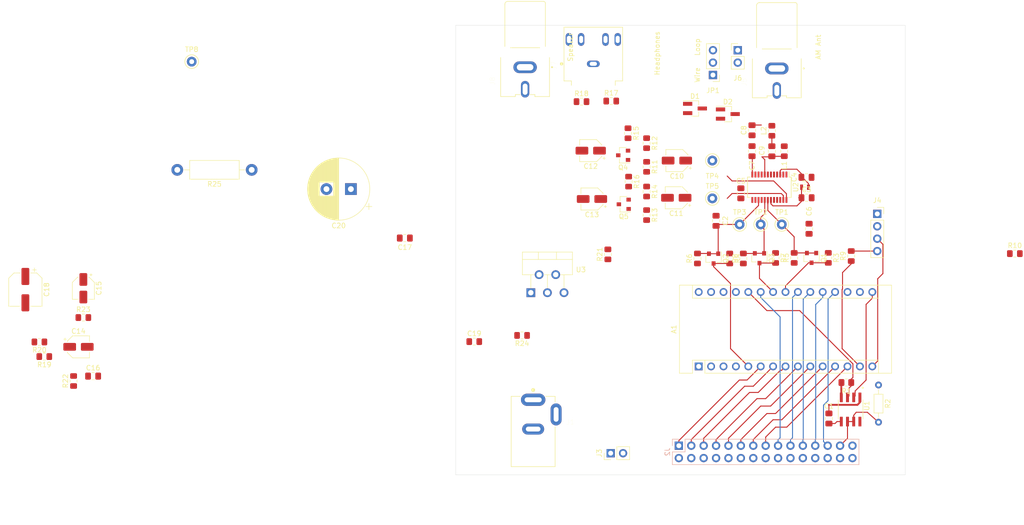
<source format=kicad_pcb>
(kicad_pcb (version 20171130) (host pcbnew 5.1.5+dfsg1-2build2)
  (layers (0 F.Cu signal) (31 B.Cu signal) (34 B.Paste user) (35 F.Paste user) (36 B.SilkS user) (37 F.SilkS user) (38 B.Mask user) (39 F.Mask user) (44 Edge.Cuts user))
  (net 0 "")
  (net 1 GNDREF)
  (net 2 +5V)
  (net 3 "Net-(C2-Pad1)")
  (net 4 "Net-(C3-Pad1)")
  (net 5 "Net-(C6-Pad1)")
  (net 6 "Net-(C7-Pad1)")
  (net 7 "Net-(C8-Pad1)")
  (net 8 "Net-(C9-Pad1)")
  (net 9 "Net-(A1-Pad16)")
  (net 10 "Net-(A1-Pad13)")
  (net 11 "Net-(A1-Pad28)")
  (net 12 "Net-(A1-Pad12)")
  (net 13 "Net-(A1-Pad11)")
  (net 14 "Net-(A1-Pad10)")
  (net 15 "Net-(A1-Pad25)")
  (net 16 "Net-(A1-Pad9)")
  (net 17 "Net-(A1-Pad24)")
  (net 18 "Net-(A1-Pad8)")
  (net 19 "Net-(A1-Pad23)")
  (net 20 "Net-(A1-Pad7)")
  (net 21 "Net-(A1-Pad22)")
  (net 22 "Net-(A1-Pad6)")
  (net 23 "Net-(A1-Pad21)")
  (net 24 "Net-(A1-Pad5)")
  (net 25 "Net-(A1-Pad20)")
  (net 26 "Net-(A1-Pad19)")
  (net 27 "Net-(A1-Pad3)")
  (net 28 "Net-(A1-Pad18)")
  (net 29 "Net-(A1-Pad2)")
  (net 30 "Net-(A1-Pad1)")
  (net 31 RChan)
  (net 32 LChan)
  (net 33 "Net-(C15-Pad1)")
  (net 34 "Net-(C16-Pad1)")
  (net 35 "Net-(J1-Pad1)")
  (net 36 "Net-(C7-Pad2)")
  (net 37 GNDA)
  (net 38 "Net-(JP1-Pad1)")
  (net 39 HC-06RxD)
  (net 40 HC-06TxD)
  (net 41 "Net-(A1-Pad26)")
  (net 42 "Net-(C1-Pad2)")
  (net 43 "Net-(C4-Pad1)")
  (net 44 "Net-(C9-Pad2)")
  (net 45 "Net-(C12-Pad2)")
  (net 46 "Net-(C12-Pad1)")
  (net 47 "Net-(C16-Pad2)")
  (net 48 "Net-(J7-Pad4)")
  (net 49 "Net-(J7-Pad5)")
  (net 50 "Net-(J2-Pad27)")
  (net 51 "Net-(U2-Pad11)")
  (net 52 "Net-(U2-Pad10)")
  (net 53 "Net-(U2-Pad7)")
  (net 54 "Net-(U2-Pad6)")
  (net 55 "Net-(U2-Pad5)")
  (net 56 "Net-(U2-Pad4)")
  (net 57 "Net-(U2-Pad2)")
  (net 58 "Net-(U2-Pad1)")
  (net 59 +12V)
  (net 60 +3V3)
  (net 61 "Net-(C10-Pad2)")
  (net 62 "Net-(C11-Pad2)")
  (net 63 "Net-(C13-Pad2)")
  (net 64 "Net-(C13-Pad1)")
  (net 65 "Net-(C14-Pad1)")
  (net 66 "Net-(C19-Pad1)")
  (net 67 "Net-(C20-Pad2)")
  (net 68 "Net-(C20-Pad1)")
  (net 69 "Net-(J4-Pad4)")
  (net 70 "Net-(Q1-Pad1)")
  (net 71 "Net-(Q3-Pad1)")
  (net 72 "Net-(R21-Pad1)")
  (module TestPoint:TestPoint_Keystone_5000-5004_Miniature (layer F.Cu) (at 146.304 78.867)
    (fp_text reference TP2 (at 0 -2.5) (layer F.SilkS))
    (fp_text value TestPoint)
    (pad 1 thru_hole circle (at 0 0) (size 2 2) (drill 1) (layers *.Cu *.Mask) (net 71 "Net-(Q3-Pad1)"))
  )
  (module Resistor_SMD:R_0805_2012Metric_Pad1.15x1.40mm_HandSolder (layer F.Cu) (at 198.362001 84.845001)
    (fp_text reference R10 (at 0 -1.65) (layer F.SilkS))
    (fp_text value 3.8K)
    (pad 2 smd roundrect (at 1.025 0) (size 1.15 1.4) (layers F.Cu F.Paste F.Mask) (roundrect_rratio 0.217391) (net 1 GNDREF))
    (pad 1 smd roundrect (at -1.025 0) (size 1.15 1.4) (layers F.Cu F.Paste F.Mask) (roundrect_rratio 0.217391) (net 69 "Net-(J4-Pad4)"))
  )
  (module Resistor_SMD:R_0805_2012Metric_Pad1.15x1.40mm_HandSolder (layer F.Cu) (at 164.846 85.344 90)
    (fp_text reference R9 (at 0 -1.65 90) (layer F.SilkS))
    (fp_text value 2.2K)
    (pad 2 smd roundrect (at 1.025 0 90) (size 1.15 1.4) (layers F.Cu F.Paste F.Mask) (roundrect_rratio 0.217391) (net 69 "Net-(J4-Pad4)"))
    (pad 1 smd roundrect (at -1.025 0 90) (size 1.15 1.4) (layers F.Cu F.Paste F.Mask) (roundrect_rratio 0.217391) (net 40 HC-06TxD))
  )
  (module Resistor_SMD:R_0805_2012Metric_Pad1.15x1.40mm_HandSolder (layer F.Cu) (at 142.748 85.843 90)
    (fp_text reference R8 (at 0 -1.65 90) (layer F.SilkS))
    (fp_text value 10K)
    (pad 2 smd roundrect (at 1.025 0 90) (size 1.15 1.4) (layers F.Cu F.Paste F.Mask) (roundrect_rratio 0.217391) (net 71 "Net-(Q3-Pad1)"))
    (pad 1 smd roundrect (at -1.025 0 90) (size 1.15 1.4) (layers F.Cu F.Paste F.Mask) (roundrect_rratio 0.217391) (net 60 +3V3))
  )
  (module Resistor_SMD:R_0805_2012Metric_Pad1.15x1.40mm_HandSolder (layer F.Cu) (at 149.352 85.734 270)
    (fp_text reference R7 (at 0 -1.65 90) (layer F.SilkS))
    (fp_text value 10K)
    (pad 2 smd roundrect (at 1.025 0 270) (size 1.15 1.4) (layers F.Cu F.Paste F.Mask) (roundrect_rratio 0.217391) (net 17 "Net-(A1-Pad24)"))
    (pad 1 smd roundrect (at -1.025 0 270) (size 1.15 1.4) (layers F.Cu F.Paste F.Mask) (roundrect_rratio 0.217391) (net 2 +5V))
  )
  (module Resistor_SMD:R_0805_2012Metric_Pad1.15x1.40mm_HandSolder (layer F.Cu) (at 133.35 85.843 90)
    (fp_text reference R6 (at 0 -1.65 90) (layer F.SilkS))
    (fp_text value 10K)
    (pad 2 smd roundrect (at 1.025 0 90) (size 1.15 1.4) (layers F.Cu F.Paste F.Mask) (roundrect_rratio 0.217391) (net 3 "Net-(C2-Pad1)"))
    (pad 1 smd roundrect (at -1.025 0 90) (size 1.15 1.4) (layers F.Cu F.Paste F.Mask) (roundrect_rratio 0.217391) (net 60 +3V3))
  )
  (module Resistor_SMD:R_0805_2012Metric_Pad1.15x1.40mm_HandSolder (layer F.Cu) (at 153.162 85.725 90)
    (fp_text reference R5 (at 0 -1.65 90) (layer F.SilkS))
    (fp_text value 10K)
    (pad 2 smd roundrect (at 1.025 0 90) (size 1.15 1.4) (layers F.Cu F.Paste F.Mask) (roundrect_rratio 0.217391) (net 70 "Net-(Q1-Pad1)"))
    (pad 1 smd roundrect (at -1.025 0 90) (size 1.15 1.4) (layers F.Cu F.Paste F.Mask) (roundrect_rratio 0.217391) (net 60 +3V3))
  )
  (module Resistor_SMD:R_0805_2012Metric_Pad1.15x1.40mm_HandSolder (layer F.Cu) (at 139.954 85.843 270)
    (fp_text reference R4 (at 0 -1.65 90) (layer F.SilkS))
    (fp_text value 10K)
    (pad 2 smd roundrect (at 1.025 0 270) (size 1.15 1.4) (layers F.Cu F.Paste F.Mask) (roundrect_rratio 0.217391) (net 24 "Net-(A1-Pad5)"))
    (pad 1 smd roundrect (at -1.025 0 270) (size 1.15 1.4) (layers F.Cu F.Paste F.Mask) (roundrect_rratio 0.217391) (net 2 +5V))
  )
  (module Resistor_SMD:R_0805_2012Metric_Pad1.15x1.40mm_HandSolder (layer F.Cu) (at 160.147 85.716 270)
    (fp_text reference R3 (at 0 -1.65 90) (layer F.SilkS))
    (fp_text value 10K)
    (pad 2 smd roundrect (at 1.025 0 270) (size 1.15 1.4) (layers F.Cu F.Paste F.Mask) (roundrect_rratio 0.217391) (net 19 "Net-(A1-Pad23)"))
    (pad 1 smd roundrect (at -1.025 0 270) (size 1.15 1.4) (layers F.Cu F.Paste F.Mask) (roundrect_rratio 0.217391) (net 2 +5V))
  )
  (module Resistor_SMD:R_0805_2012Metric_Pad1.15x1.40mm_HandSolder (layer F.Cu) (at 97.425 101.6 180)
    (fp_text reference R24 (at 0 -1.65) (layer F.SilkS))
    (fp_text value 22K)
    (pad 2 smd roundrect (at 1.025 0 180) (size 1.15 1.4) (layers F.Cu F.Paste F.Mask) (roundrect_rratio 0.217391) (net 72 "Net-(R21-Pad1)"))
    (pad 1 smd roundrect (at -1.025 0 180) (size 1.15 1.4) (layers F.Cu F.Paste F.Mask) (roundrect_rratio 0.217391) (net 68 "Net-(C20-Pad1)"))
  )
  (module Resistor_SMD:R_0805_2012Metric_Pad1.15x1.40mm_HandSolder (layer F.Cu) (at 7.557 97.941)
    (fp_text reference R23 (at 0 -1.65) (layer F.SilkS))
    (fp_text value 22K)
    (pad 2 smd roundrect (at 1.025 0) (size 1.15 1.4) (layers F.Cu F.Paste F.Mask) (roundrect_rratio 0.217391) (net 65 "Net-(C14-Pad1)"))
    (pad 1 smd roundrect (at -1.025 0) (size 1.15 1.4) (layers F.Cu F.Paste F.Mask) (roundrect_rratio 0.217391) (net 59 +12V))
  )
  (module Resistor_SMD:R_0805_2012Metric_Pad1.15x1.40mm_HandSolder (layer F.Cu) (at 5.557 110.941 90)
    (fp_text reference R22 (at 0 -1.65 90) (layer F.SilkS))
    (fp_text value 22K)
    (pad 2 smd roundrect (at 1.025 0 90) (size 1.15 1.4) (layers F.Cu F.Paste F.Mask) (roundrect_rratio 0.217391) (net 34 "Net-(C16-Pad1)"))
    (pad 1 smd roundrect (at -1.025 0 90) (size 1.15 1.4) (layers F.Cu F.Paste F.Mask) (roundrect_rratio 0.217391) (net 65 "Net-(C14-Pad1)"))
  )
  (module Resistor_SMD:R_0805_2012Metric_Pad1.15x1.40mm_HandSolder (layer F.Cu) (at 115 85 90)
    (fp_text reference R21 (at 0 -1.65 90) (layer F.SilkS))
    (fp_text value 2.2K)
    (pad 2 smd roundrect (at 1.025 0 90) (size 1.15 1.4) (layers F.Cu F.Paste F.Mask) (roundrect_rratio 0.217391) (net 33 "Net-(C15-Pad1)"))
    (pad 1 smd roundrect (at -1.025 0 90) (size 1.15 1.4) (layers F.Cu F.Paste F.Mask) (roundrect_rratio 0.217391) (net 72 "Net-(R21-Pad1)"))
  )
  (module Resistor_SMD:R_0805_2012Metric_Pad1.15x1.40mm_HandSolder (layer F.Cu) (at -1.443 102.941 180)
    (fp_text reference R20 (at 0 -1.65) (layer F.SilkS))
    (fp_text value 22K)
    (pad 2 smd roundrect (at 1.025 0 180) (size 1.15 1.4) (layers F.Cu F.Paste F.Mask) (roundrect_rratio 0.217391) (net 1 GNDREF))
    (pad 1 smd roundrect (at -1.025 0 180) (size 1.15 1.4) (layers F.Cu F.Paste F.Mask) (roundrect_rratio 0.217391) (net 65 "Net-(C14-Pad1)"))
  )
  (module Resistor_SMD:R_0805_2012Metric_Pad1.15x1.40mm_HandSolder (layer F.Cu) (at -0.443 105.941 180)
    (fp_text reference R19 (at 0 -1.65) (layer F.SilkS))
    (fp_text value 470K)
    (pad 2 smd roundrect (at 1.025 0 180) (size 1.15 1.4) (layers F.Cu F.Paste F.Mask) (roundrect_rratio 0.217391) (net 1 GNDREF))
    (pad 1 smd roundrect (at -1.025 0 180) (size 1.15 1.4) (layers F.Cu F.Paste F.Mask) (roundrect_rratio 0.217391) (net 47 "Net-(C16-Pad2)"))
  )
  (module Resistor_SMD:R_0805_2012Metric_Pad1.15x1.40mm_HandSolder (layer F.Cu) (at 109.601 53.721)
    (fp_text reference R18 (at 0 -1.65) (layer F.SilkS))
    (fp_text value 470)
    (pad 2 smd roundrect (at 1.025 0) (size 1.15 1.4) (layers F.Cu F.Paste F.Mask) (roundrect_rratio 0.217391) (net 49 "Net-(J7-Pad5)"))
    (pad 1 smd roundrect (at -1.025 0) (size 1.15 1.4) (layers F.Cu F.Paste F.Mask) (roundrect_rratio 0.217391) (net 47 "Net-(C16-Pad2)"))
  )
  (module Resistor_SMD:R_0805_2012Metric_Pad1.15x1.40mm_HandSolder (layer F.Cu) (at 115.688 53.594)
    (fp_text reference R17 (at 0 -1.65) (layer F.SilkS))
    (fp_text value 470)
    (pad 2 smd roundrect (at 1.025 0) (size 1.15 1.4) (layers F.Cu F.Paste F.Mask) (roundrect_rratio 0.217391) (net 48 "Net-(J7-Pad4)"))
    (pad 1 smd roundrect (at -1.025 0) (size 1.15 1.4) (layers F.Cu F.Paste F.Mask) (roundrect_rratio 0.217391) (net 47 "Net-(C16-Pad2)"))
  )
  (module Resistor_SMD:R_0805_2012Metric_Pad1.15x1.40mm_HandSolder (layer F.Cu) (at 119.253 70.095 270)
    (fp_text reference R16 (at 0 -1.65 90) (layer F.SilkS))
    (fp_text value 390)
    (pad 2 smd roundrect (at 1.025 0 270) (size 1.15 1.4) (layers F.Cu F.Paste F.Mask) (roundrect_rratio 0.217391) (net 64 "Net-(C13-Pad1)"))
    (pad 1 smd roundrect (at -1.025 0 270) (size 1.15 1.4) (layers F.Cu F.Paste F.Mask) (roundrect_rratio 0.217391) (net 1 GNDREF))
  )
  (module Resistor_SMD:R_0805_2012Metric_Pad1.15x1.40mm_HandSolder (layer F.Cu) (at 122.936 72.127 270)
    (fp_text reference R14 (at 0 -1.65 90) (layer F.SilkS))
    (fp_text value 18K)
    (pad 2 smd roundrect (at 1.025 0 270) (size 1.15 1.4) (layers F.Cu F.Paste F.Mask) (roundrect_rratio 0.217391) (net 62 "Net-(C11-Pad2)"))
    (pad 1 smd roundrect (at -1.025 0 270) (size 1.15 1.4) (layers F.Cu F.Paste F.Mask) (roundrect_rratio 0.217391) (net 64 "Net-(C13-Pad1)"))
  )
  (module Resistor_SMD:R_0805_2012Metric_Pad1.15x1.40mm_HandSolder (layer F.Cu) (at 122.936 76.953 270)
    (fp_text reference R13 (at 0 -1.65 90) (layer F.SilkS))
    (fp_text value 20K)
    (pad 2 smd roundrect (at 1.025 0 270) (size 1.15 1.4) (layers F.Cu F.Paste F.Mask) (roundrect_rratio 0.217391) (net 2 +5V))
    (pad 1 smd roundrect (at -1.025 0 270) (size 1.15 1.4) (layers F.Cu F.Paste F.Mask) (roundrect_rratio 0.217391) (net 62 "Net-(C11-Pad2)"))
  )
  (module Resistor_SMD:R_0805_2012Metric_Pad1.15x1.40mm_HandSolder (layer F.Cu) (at 122.936 62.221 270)
    (fp_text reference R12 (at 0 -1.65 90) (layer F.SilkS))
    (fp_text value 18K)
    (pad 2 smd roundrect (at 1.025 0 270) (size 1.15 1.4) (layers F.Cu F.Paste F.Mask) (roundrect_rratio 0.217391) (net 61 "Net-(C10-Pad2)"))
    (pad 1 smd roundrect (at -1.025 0 270) (size 1.15 1.4) (layers F.Cu F.Paste F.Mask) (roundrect_rratio 0.217391) (net 46 "Net-(C12-Pad1)"))
  )
  (module Resistor_SMD:R_0805_2012Metric_Pad1.15x1.40mm_HandSolder (layer F.Cu) (at 122.936 67.065 270)
    (fp_text reference R11 (at 0 -1.65 90) (layer F.SilkS))
    (fp_text value 20K)
    (pad 2 smd roundrect (at 1.025 0 270) (size 1.15 1.4) (layers F.Cu F.Paste F.Mask) (roundrect_rratio 0.217391) (net 2 +5V))
    (pad 1 smd roundrect (at -1.025 0 270) (size 1.15 1.4) (layers F.Cu F.Paste F.Mask) (roundrect_rratio 0.217391) (net 61 "Net-(C10-Pad2)"))
  )
  (module Resistor_SMD:R_0805_2012Metric_Pad1.15x1.40mm_HandSolder (layer F.Cu) (at 119.126 60.189 270)
    (fp_text reference R15 (at 0 -1.65 90) (layer F.SilkS))
    (fp_text value 390)
    (pad 2 smd roundrect (at 1.025 0 270) (size 1.15 1.4) (layers F.Cu F.Paste F.Mask) (roundrect_rratio 0.217391) (net 46 "Net-(C12-Pad1)"))
    (pad 1 smd roundrect (at -1.025 0 270) (size 1.15 1.4) (layers F.Cu F.Paste F.Mask) (roundrect_rratio 0.217391) (net 1 GNDREF))
  )
  (module TestPoint:TestPoint_Keystone_5000-5004_Miniature (layer F.Cu) (at 29.753001 45.523001)
    (fp_text reference TP8 (at 0 -2.5) (layer F.SilkS))
    (fp_text value TestPoint)
    (pad 1 thru_hole circle (at 0 0) (size 2 2) (drill 1) (layers *.Cu *.Mask) (net 47 "Net-(C16-Pad2)"))
  )
  (module Package_TO_SOT_SMD:SOT-23 (layer F.Cu) (at 118.253 74.742 180)
    (fp_text reference Q5 (at 0 -2.5) (layer F.SilkS))
    (fp_text value BC847)
    (pad 3 smd rect (at 1 0 180) (size 0.9 0.8) (layers F.Cu F.Paste F.Mask) (net 2 +5V))
    (pad 2 smd rect (at -1 0.95 180) (size 0.9 0.8) (layers F.Cu F.Paste F.Mask) (net 64 "Net-(C13-Pad1)"))
    (pad 1 smd rect (at -1 -0.95 180) (size 0.9 0.8) (layers F.Cu F.Paste F.Mask) (net 62 "Net-(C11-Pad2)"))
  )
  (module Package_TO_SOT_SMD:SOT-23 (layer F.Cu) (at 118.126 64.704 180)
    (fp_text reference Q4 (at 0 -2.5) (layer F.SilkS))
    (fp_text value BC847)
    (pad 3 smd rect (at 1 0 180) (size 0.9 0.8) (layers F.Cu F.Paste F.Mask) (net 2 +5V))
    (pad 2 smd rect (at -1 0.95 180) (size 0.9 0.8) (layers F.Cu F.Paste F.Mask) (net 46 "Net-(C12-Pad1)"))
    (pad 1 smd rect (at -1 -0.95 180) (size 0.9 0.8) (layers F.Cu F.Paste F.Mask) (net 61 "Net-(C10-Pad2)"))
  )
  (module Package_TO_SOT_SMD:SOT-23 (layer F.Cu) (at 146.05 85.786 270)
    (fp_text reference Q3 (at 0 -2.5 90) (layer F.SilkS))
    (fp_text value 2N7002)
    (pad 3 smd rect (at 1 0 270) (size 0.9 0.8) (layers F.Cu F.Paste F.Mask) (net 17 "Net-(A1-Pad24)"))
    (pad 2 smd rect (at -1 0.95 270) (size 0.9 0.8) (layers F.Cu F.Paste F.Mask) (net 71 "Net-(Q3-Pad1)"))
    (pad 1 smd rect (at -1 -0.95 270) (size 0.9 0.8) (layers F.Cu F.Paste F.Mask) (net 71 "Net-(Q3-Pad1)"))
  )
  (module Package_TO_SOT_SMD:SOT-23 (layer F.Cu) (at 136.652 85.868 270)
    (fp_text reference Q2 (at 0 -2.5 90) (layer F.SilkS))
    (fp_text value 2N7002)
    (pad 3 smd rect (at 1 0 270) (size 0.9 0.8) (layers F.Cu F.Paste F.Mask) (net 24 "Net-(A1-Pad5)"))
    (pad 2 smd rect (at -1 0.95 270) (size 0.9 0.8) (layers F.Cu F.Paste F.Mask) (net 3 "Net-(C2-Pad1)"))
    (pad 1 smd rect (at -1 -0.95 270) (size 0.9 0.8) (layers F.Cu F.Paste F.Mask) (net 3 "Net-(C2-Pad1)"))
  )
  (module Package_TO_SOT_SMD:SOT-23 (layer F.Cu) (at 156.718 85.725 270)
    (fp_text reference Q1 (at 0 -2.5 90) (layer F.SilkS))
    (fp_text value 2N7002)
    (pad 3 smd rect (at 1 0 270) (size 0.9 0.8) (layers F.Cu F.Paste F.Mask) (net 19 "Net-(A1-Pad23)"))
    (pad 2 smd rect (at -1 0.95 270) (size 0.9 0.8) (layers F.Cu F.Paste F.Mask) (net 70 "Net-(Q1-Pad1)"))
    (pad 1 smd rect (at -1 -0.95 270) (size 0.9 0.8) (layers F.Cu F.Paste F.Mask) (net 70 "Net-(Q1-Pad1)"))
  )
  (module "Arduino controlled radio:CUI_SJ1-3525NG" (layer F.Cu) (at 112.014 45.974 90)
    (fp_text reference J7 (at -0.32531 -8.04283 90) (layer F.SilkS) (effects (font (size 1.000976 1.000976) (thickness 0.015))))
    (fp_text value SJ1-3525NG)
    (fp_line (start -4.5 2) (end -4.5 6) (layer Edge.Cuts) (width 0.0001))
    (fp_line (start -3.3 2) (end -4.5 2) (layer Edge.Cuts) (width 0.0001))
    (fp_line (start -3.3 -2) (end -3.3 2) (layer Edge.Cuts) (width 0.0001))
    (fp_line (start -4.5 -2) (end -3.3 -2) (layer Edge.Cuts) (width 0.0001))
    (fp_line (start -4.5 -6) (end -4.5 -2) (layer Edge.Cuts) (width 0.0001))
    (pad 1 thru_hole oval (at 0 0 90) (size 1.308 2.616) (drill oval 0.8 1.5) (layers *.Cu *.Mask) (net 1 GNDREF))
    (pad 2 thru_hole oval (at 5 5 90) (size 2.616 1.308) (drill oval 1.5 0.8) (layers *.Cu *.Mask) (net 45 "Net-(C12-Pad2)"))
    (pad 4 thru_hole oval (at 5 2.5 90) (size 2.616 1.308) (drill oval 1.5 0.8) (layers *.Cu *.Mask) (net 48 "Net-(J7-Pad4)"))
    (pad 5 thru_hole oval (at 5 -2.5 90) (size 2.616 1.308) (drill oval 1.5 0.8) (layers *.Cu *.Mask) (net 49 "Net-(J7-Pad5)"))
    (pad 3 thru_hole oval (at 5 -5 90) (size 2.616 1.308) (drill oval 1.5 0.8) (layers *.Cu *.Mask) (net 63 "Net-(C13-Pad2)"))
    (pad None np_thru_hole circle (at -2.5 -5 90) (size 1.2 1.2) (drill 1.2) (layers *.Cu *.Mask))
    (pad None np_thru_hole circle (at 0 -5 90) (size 1.2 1.2) (drill 1.2) (layers *.Cu *.Mask))
    (pad None np_thru_hole circle (at 5 0 90) (size 1.2 1.2) (drill 1.2) (layers *.Cu *.Mask))
    (pad None np_thru_hole circle (at -2.5 5 90) (size 1.2 1.2) (drill 1.2) (layers *.Cu *.Mask))
    (pad None np_thru_hole circle (at 0 5 90) (size 1.2 1.2) (drill 1.2) (layers *.Cu *.Mask))
  )
  (module Package_TO_SOT_SMD:SOT-23_Handsoldering (layer F.Cu) (at 139.573 56.261)
    (fp_text reference D2 (at 0 -2.5) (layer F.SilkS))
    (fp_text value CM1213A-01SO)
    (pad 3 smd rect (at 1.5 0) (size 1.9 0.8) (layers F.Cu F.Paste F.Mask) (net 37 GNDA))
    (pad 2 smd rect (at -1.5 0.95) (size 1.9 0.8) (layers F.Cu F.Paste F.Mask) (net 2 +5V))
    (pad 1 smd rect (at -1.5 -0.95) (size 1.9 0.8) (layers F.Cu F.Paste F.Mask) (net 6 "Net-(C7-Pad1)"))
  )
  (module Package_TO_SOT_SMD:SOT-23_Handsoldering (layer F.Cu) (at 132.842 55.118)
    (fp_text reference D1 (at 0 -2.5) (layer F.SilkS))
    (fp_text value CM1213A-01SO)
    (pad 3 smd rect (at 1.5 0) (size 1.9 0.8) (layers F.Cu F.Paste F.Mask) (net 37 GNDA))
    (pad 2 smd rect (at -1.5 0.95) (size 1.9 0.8) (layers F.Cu F.Paste F.Mask) (net 2 +5V))
    (pad 1 smd rect (at -1.5 -0.95) (size 1.9 0.8) (layers F.Cu F.Paste F.Mask) (net 44 "Net-(C9-Pad2)"))
  )
  (module Capacitor_SMD:CP_Elec_4x5.3 (layer F.Cu) (at 111.738 73.66 180)
    (fp_text reference C13 (at 0 -3.2) (layer F.SilkS))
    (fp_text value "10uF 16V")
    (pad 2 smd roundrect (at 1.8 0 180) (size 2.6 1.6) (layers F.Cu F.Paste F.Mask) (roundrect_rratio 0.15625) (net 63 "Net-(C13-Pad2)"))
    (pad 1 smd roundrect (at -1.8 0 180) (size 2.6 1.6) (layers F.Cu F.Paste F.Mask) (roundrect_rratio 0.15625) (net 64 "Net-(C13-Pad1)"))
  )
  (module Capacitor_SMD:CP_Elec_4x5.3 (layer F.Cu) (at 111.484 63.754 180)
    (fp_text reference C12 (at 0 -3.2) (layer F.SilkS))
    (fp_text value "10uF 16V")
    (pad 2 smd roundrect (at 1.8 0 180) (size 2.6 1.6) (layers F.Cu F.Paste F.Mask) (roundrect_rratio 0.15625) (net 45 "Net-(C12-Pad2)"))
    (pad 1 smd roundrect (at -1.8 0 180) (size 2.6 1.6) (layers F.Cu F.Paste F.Mask) (roundrect_rratio 0.15625) (net 46 "Net-(C12-Pad1)"))
  )
  (module Capacitor_SMD:CP_Elec_4x5.3 (layer F.Cu) (at 129.01 73.406 180)
    (fp_text reference C11 (at 0 -3.2) (layer F.SilkS))
    (fp_text value "10uF 16V")
    (pad 2 smd roundrect (at 1.8 0 180) (size 2.6 1.6) (layers F.Cu F.Paste F.Mask) (roundrect_rratio 0.15625) (net 62 "Net-(C11-Pad2)"))
    (pad 1 smd roundrect (at -1.8 0 180) (size 2.6 1.6) (layers F.Cu F.Paste F.Mask) (roundrect_rratio 0.15625) (net 32 LChan))
  )
  (module Capacitor_SMD:CP_Elec_4x5.3 (layer F.Cu) (at 129.137 65.786 180)
    (fp_text reference C10 (at 0 -3.2) (layer F.SilkS))
    (fp_text value "10uF 16V")
    (pad 2 smd roundrect (at 1.8 0 180) (size 2.6 1.6) (layers F.Cu F.Paste F.Mask) (roundrect_rratio 0.15625) (net 61 "Net-(C10-Pad2)"))
    (pad 1 smd roundrect (at -1.8 0 180) (size 2.6 1.6) (layers F.Cu F.Paste F.Mask) (roundrect_rratio 0.15625) (net 31 RChan))
  )
  (module Module:Arduino_Nano (layer F.Cu) (at 133.604 107.95 90)
    (fp_text reference A1 (at 7.62 -5.08 90) (layer F.SilkS))
    (fp_text value Arduino_BLE_Nano hide)
    (pad 16 thru_hole oval (at 15.24 35.56 90) (size 1.6 1.6) (drill 1) (layers *.Cu *.Mask) (net 9 "Net-(A1-Pad16)"))
    (pad 15 thru_hole oval (at 0 35.56 90) (size 1.6 1.6) (drill 1) (layers *.Cu *.Mask) (net 39 HC-06RxD))
    (pad 30 thru_hole oval (at 15.24 0 90) (size 1.6 1.6) (drill 1) (layers *.Cu *.Mask) (net 59 +12V))
    (pad 14 thru_hole oval (at 0 33.02 90) (size 1.6 1.6) (drill 1) (layers *.Cu *.Mask) (net 40 HC-06TxD))
    (pad 29 thru_hole oval (at 15.24 2.54 90) (size 1.6 1.6) (drill 1) (layers *.Cu *.Mask) (net 1 GNDREF))
    (pad 13 thru_hole oval (at 0 30.48 90) (size 1.6 1.6) (drill 1) (layers *.Cu *.Mask) (net 10 "Net-(A1-Pad13)"))
    (pad 28 thru_hole oval (at 15.24 5.08 90) (size 1.6 1.6) (drill 1) (layers *.Cu *.Mask) (net 11 "Net-(A1-Pad28)"))
    (pad 12 thru_hole oval (at 0 27.94 90) (size 1.6 1.6) (drill 1) (layers *.Cu *.Mask) (net 12 "Net-(A1-Pad12)"))
    (pad 27 thru_hole oval (at 15.24 7.62 90) (size 1.6 1.6) (drill 1) (layers *.Cu *.Mask) (net 2 +5V))
    (pad 11 thru_hole oval (at 0 25.4 90) (size 1.6 1.6) (drill 1) (layers *.Cu *.Mask) (net 13 "Net-(A1-Pad11)"))
    (pad 26 thru_hole oval (at 15.24 10.16 90) (size 1.6 1.6) (drill 1) (layers *.Cu *.Mask) (net 41 "Net-(A1-Pad26)"))
    (pad 10 thru_hole oval (at 0 22.86 90) (size 1.6 1.6) (drill 1) (layers *.Cu *.Mask) (net 14 "Net-(A1-Pad10)"))
    (pad 25 thru_hole oval (at 15.24 12.7 90) (size 1.6 1.6) (drill 1) (layers *.Cu *.Mask) (net 15 "Net-(A1-Pad25)"))
    (pad 9 thru_hole oval (at 0 20.32 90) (size 1.6 1.6) (drill 1) (layers *.Cu *.Mask) (net 16 "Net-(A1-Pad9)"))
    (pad 24 thru_hole oval (at 15.24 15.24 90) (size 1.6 1.6) (drill 1) (layers *.Cu *.Mask) (net 17 "Net-(A1-Pad24)"))
    (pad 8 thru_hole oval (at 0 17.78 90) (size 1.6 1.6) (drill 1) (layers *.Cu *.Mask) (net 18 "Net-(A1-Pad8)"))
    (pad 23 thru_hole oval (at 15.24 17.78 90) (size 1.6 1.6) (drill 1) (layers *.Cu *.Mask) (net 19 "Net-(A1-Pad23)"))
    (pad 7 thru_hole oval (at 0 15.24 90) (size 1.6 1.6) (drill 1) (layers *.Cu *.Mask) (net 20 "Net-(A1-Pad7)"))
    (pad 22 thru_hole oval (at 15.24 20.32 90) (size 1.6 1.6) (drill 1) (layers *.Cu *.Mask) (net 21 "Net-(A1-Pad22)"))
    (pad 6 thru_hole oval (at 0 12.7 90) (size 1.6 1.6) (drill 1) (layers *.Cu *.Mask) (net 22 "Net-(A1-Pad6)"))
    (pad 21 thru_hole oval (at 15.24 22.86 90) (size 1.6 1.6) (drill 1) (layers *.Cu *.Mask) (net 23 "Net-(A1-Pad21)"))
    (pad 5 thru_hole oval (at 0 10.16 90) (size 1.6 1.6) (drill 1) (layers *.Cu *.Mask) (net 24 "Net-(A1-Pad5)"))
    (pad 20 thru_hole oval (at 15.24 25.4 90) (size 1.6 1.6) (drill 1) (layers *.Cu *.Mask) (net 25 "Net-(A1-Pad20)"))
    (pad 4 thru_hole oval (at 0 7.62 90) (size 1.6 1.6) (drill 1) (layers *.Cu *.Mask) (net 1 GNDREF))
    (pad 19 thru_hole oval (at 15.24 27.94 90) (size 1.6 1.6) (drill 1) (layers *.Cu *.Mask) (net 26 "Net-(A1-Pad19)"))
    (pad 3 thru_hole oval (at 0 5.08 90) (size 1.6 1.6) (drill 1) (layers *.Cu *.Mask) (net 27 "Net-(A1-Pad3)"))
    (pad 18 thru_hole oval (at 15.24 30.48 90) (size 1.6 1.6) (drill 1) (layers *.Cu *.Mask) (net 28 "Net-(A1-Pad18)"))
    (pad 2 thru_hole oval (at 0 2.54 90) (size 1.6 1.6) (drill 1) (layers *.Cu *.Mask) (net 29 "Net-(A1-Pad2)"))
    (pad 17 thru_hole oval (at 15.24 33.02 90) (size 1.6 1.6) (drill 1) (layers *.Cu *.Mask) (net 60 +3V3))
    (pad 1 thru_hole rect (at 0 0 90) (size 1.6 1.6) (drill 1) (layers *.Cu *.Mask) (net 30 "Net-(A1-Pad1)"))
  )
  (module Connector_PinSocket_2.54mm:PinSocket_1x04_P2.54mm_Vertical (layer F.Cu) (at 170.18 76.708)
    (fp_text reference J4 (at 0 -2.77) (layer F.SilkS))
    (fp_text value "HC-06 Connector")
    (pad 4 thru_hole oval (at 0 7.62) (size 1.7 1.7) (drill 1) (layers *.Cu *.Mask) (net 69 "Net-(J4-Pad4)"))
    (pad 3 thru_hole oval (at 0 5.08) (size 1.7 1.7) (drill 1) (layers *.Cu *.Mask) (net 39 HC-06RxD))
    (pad 2 thru_hole oval (at 0 2.54) (size 1.7 1.7) (drill 1) (layers *.Cu *.Mask) (net 1 GNDREF))
    (pad 1 thru_hole rect (at 0 0) (size 1.7 1.7) (drill 1) (layers *.Cu *.Mask) (net 2 +5V))
  )
  (module "Arduino controlled radio:CUI_PJ-202B" (layer F.Cu) (at 99.695 121.285 270)
    (fp_text reference J1 (at -1.905 -7.62 180) (layer F.SilkS) (effects (font (size 1.000268 1.000268) (thickness 0.015))))
    (fp_text value Jack-DC hide)
    (pad 1 thru_hole oval (at -6.5 0 270) (size 2.5 5) (drill oval 1 3.5) (layers *.Cu *.Mask) (net 35 "Net-(J1-Pad1)"))
    (pad 2 thru_hole oval (at -0.5 0 270) (size 2.25 4.5) (drill oval 1 3) (layers *.Cu *.Mask) (net 1 GNDREF))
    (pad 3 thru_hole oval (at -3.5 -4.7 270) (size 4.5 2.25) (drill oval 3 1) (layers *.Cu *.Mask))
  )
  (module Inductor_SMD:L_0805_2012Metric_Pad1.15x1.40mm_HandSolder (layer F.Cu) (at 148.59 59.681 90)
    (fp_text reference L2 (at 0 -1.65 90) (layer F.SilkS))
    (fp_text value 4.7uH)
    (pad 2 smd roundrect (at 1.025 0 90) (size 1.15 1.4) (layers F.Cu F.Paste F.Mask) (roundrect_rratio 0.217391) (net 38 "Net-(JP1-Pad1)"))
    (pad 1 smd roundrect (at -1.025 0 90) (size 1.15 1.4) (layers F.Cu F.Paste F.Mask) (roundrect_rratio 0.217391) (net 8 "Net-(C9-Pad1)"))
  )
  (module Capacitor_SMD:C_0805_2012Metric_Pad1.18x1.45mm_HandSolder (layer F.Cu) (at 155.6805 69.215)
    (fp_text reference C4 (at -2.54 0 270) (layer F.SilkS))
    (fp_text value 22pf hide)
    (pad 2 smd roundrect (at 1.0375 0) (size 1.175 1.45) (layers F.Cu F.Paste F.Mask) (roundrect_rratio 0.2127659574468085) (net 1 GNDREF))
    (pad 1 smd roundrect (at -1.0375 0) (size 1.175 1.45) (layers F.Cu F.Paste F.Mask) (roundrect_rratio 0.2127659574468085) (net 43 "Net-(C4-Pad1)"))
  )
  (module TestPoint:TestPoint_Keystone_5000-5004_Miniature (layer F.Cu) (at 141.986 78.867)
    (fp_text reference TP3 (at 0 -2.5) (layer F.SilkS))
    (fp_text value TestPoint hide)
    (pad 1 thru_hole circle (at 0 0) (size 2 2) (drill 1) (layers *.Cu *.Mask) (net 3 "Net-(C2-Pad1)"))
  )
  (module Capacitor_SMD:C_0805_2012Metric_Pad1.18x1.45mm_HandSolder (layer F.Cu) (at 144.526 63.8595 270)
    (fp_text reference C7 (at 2.9425 0 90) (layer F.SilkS))
    (fp_text value .47uF hide)
    (pad 2 smd roundrect (at 1.0375 0 270) (size 1.175 1.45) (layers F.Cu F.Paste F.Mask) (roundrect_rratio 0.2127659574468085) (net 36 "Net-(C7-Pad2)"))
    (pad 1 smd roundrect (at -1.0375 0 270) (size 1.175 1.45) (layers F.Cu F.Paste F.Mask) (roundrect_rratio 0.2127659574468085) (net 6 "Net-(C7-Pad1)"))
  )
  (module Capacitor_SMD:C_0805_2012Metric_Pad1.18x1.45mm_HandSolder (layer F.Cu) (at 148.59 63.881 270)
    (fp_text reference C9 (at -0.127 2.032 90) (layer F.SilkS))
    (fp_text value 6.8pF hide)
    (pad 2 smd roundrect (at 1.0375 0 270) (size 1.175 1.45) (layers F.Cu F.Paste F.Mask) (roundrect_rratio 0.2127659574468085) (net 44 "Net-(C9-Pad2)"))
    (pad 1 smd roundrect (at -1.0375 0 270) (size 1.175 1.45) (layers F.Cu F.Paste F.Mask) (roundrect_rratio 0.2127659574468085) (net 8 "Net-(C9-Pad1)"))
  )
  (module Capacitor_SMD:C_0805_2012Metric_Pad1.18x1.45mm_HandSolder (layer F.Cu) (at 144.526 59.5845 90)
    (fp_text reference C8 (at 0 -1.68 90) (layer F.SilkS))
    (fp_text value 33pF hide)
    (pad 2 smd roundrect (at 1.0375 0 90) (size 1.175 1.45) (layers F.Cu F.Paste F.Mask) (roundrect_rratio 0.2127659574468085) (net 6 "Net-(C7-Pad1)"))
    (pad 1 smd roundrect (at -1.0375 0 90) (size 1.175 1.45) (layers F.Cu F.Paste F.Mask) (roundrect_rratio 0.2127659574468085) (net 7 "Net-(C8-Pad1)"))
  )
  (module Capacitor_SMD:C_0805_2012Metric_Pad1.18x1.45mm_HandSolder (layer F.Cu) (at 155.702 73.406)
    (fp_text reference C3 (at 0 -1.68) (layer F.SilkS))
    (fp_text value 22pf hide)
    (pad 2 smd roundrect (at 1.0375 0) (size 1.175 1.45) (layers F.Cu F.Paste F.Mask) (roundrect_rratio 0.2127659574468085) (net 1 GNDREF))
    (pad 1 smd roundrect (at -1.0375 0) (size 1.175 1.45) (layers F.Cu F.Paste F.Mask) (roundrect_rratio 0.2127659574468085) (net 4 "Net-(C3-Pad1)"))
  )
  (module Capacitor_SMD:C_0805_2012Metric_Pad1.18x1.45mm_HandSolder (layer F.Cu) (at 9.557 109.941)
    (fp_text reference C16 (at 0 -1.68) (layer F.SilkS))
    (fp_text value 1uF hide)
    (pad 2 smd roundrect (at 1.0375 0) (size 1.175 1.45) (layers F.Cu F.Paste F.Mask) (roundrect_rratio 0.2127659574468085) (net 47 "Net-(C16-Pad2)"))
    (pad 1 smd roundrect (at -1.0375 0) (size 1.175 1.45) (layers F.Cu F.Paste F.Mask) (roundrect_rratio 0.2127659574468085) (net 34 "Net-(C16-Pad1)"))
  )
  (module Capacitor_SMD:C_0805_2012Metric_Pad1.18x1.45mm_HandSolder (layer F.Cu) (at 137.16 78.1265 90)
    (fp_text reference C2 (at 0 1.905 90) (layer F.SilkS))
    (fp_text value 10nF hide)
    (pad 2 smd roundrect (at 1.0375 0 90) (size 1.175 1.45) (layers F.Cu F.Paste F.Mask) (roundrect_rratio 0.2127659574468085) (net 1 GNDREF))
    (pad 1 smd roundrect (at -1.0375 0 90) (size 1.175 1.45) (layers F.Cu F.Paste F.Mask) (roundrect_rratio 0.2127659574468085) (net 3 "Net-(C2-Pad1)"))
  )
  (module Capacitor_SMD:CP_Elec_4x5.3 (layer F.Cu) (at 7.557 91.941 270)
    (fp_text reference C15 (at 0 -3.175 270) (layer F.SilkS))
    (fp_text value "10uF 16V" hide)
    (pad 2 smd roundrect (at 1.8 0 270) (size 2.6 1.6) (layers F.Cu F.Paste F.Mask) (roundrect_rratio 0.15625) (net 1 GNDREF))
    (pad 1 smd roundrect (at -1.8 0 270) (size 2.6 1.6) (layers F.Cu F.Paste F.Mask) (roundrect_rratio 0.15625) (net 33 "Net-(C15-Pad1)"))
  )
  (module Connector_PinHeader_2.54mm:PinHeader_1x02_P2.54mm_Vertical (layer F.Cu) (at 141.605 43.18)
    (fp_text reference J6 (at 0 5.715) (layer F.SilkS))
    (fp_text value Conn_01x02 hide)
    (pad 2 thru_hole oval (at 0 2.54) (size 1.7 1.7) (drill 1) (layers *.Cu *.Mask) (net 37 GNDA))
    (pad 1 thru_hole rect (at 0 0) (size 1.7 1.7) (drill 1) (layers *.Cu *.Mask) (net 7 "Net-(C8-Pad1)"))
  )
  (module TestPoint:TestPoint_Keystone_5000-5004_Miniature (layer F.Cu) (at 150.622 78.867)
    (fp_text reference TP1 (at 0 -2.5) (layer F.SilkS))
    (fp_text value TestPoint hide)
    (pad 1 thru_hole circle (at 0 0) (size 2 2) (drill 1) (layers *.Cu *.Mask) (net 70 "Net-(Q1-Pad1)"))
  )
  (module TestPoint:TestPoint_Keystone_5000-5004_Miniature (layer F.Cu) (at 136.398 73.533)
    (fp_text reference TP5 (at 0 -2.5) (layer F.SilkS))
    (fp_text value TestPoint hide)
    (pad 1 thru_hole circle (at 0 0) (size 2 2) (drill 1) (layers *.Cu *.Mask) (net 32 LChan))
  )
  (module Connector_PinHeader_2.54mm:PinHeader_1x03_P2.54mm_Vertical (layer F.Cu) (at 136.525 48.26 180)
    (fp_text reference JP1 (at 0 -3.175) (layer F.SilkS))
    (fp_text value "Ext/Loop Antenna" hide)
    (pad 3 thru_hole oval (at 0 5.08 180) (size 1.7 1.7) (drill 1) (layers *.Cu *.Mask) (net 7 "Net-(C8-Pad1)"))
    (pad 2 thru_hole oval (at 0 2.54 180) (size 1.7 1.7) (drill 1) (layers *.Cu *.Mask) (net 6 "Net-(C7-Pad1)"))
    (pad 1 thru_hole rect (at 0 0 180) (size 1.7 1.7) (drill 1) (layers *.Cu *.Mask) (net 38 "Net-(JP1-Pad1)"))
  )
  (module TestPoint:TestPoint_Keystone_5000-5004_Miniature (layer F.Cu) (at 136.398 65.786)
    (fp_text reference TP4 (at 0 3.175) (layer F.SilkS))
    (fp_text value TestPoint hide)
    (pad 1 thru_hole circle (at 0 0) (size 2 2) (drill 1) (layers *.Cu *.Mask) (net 31 RChan))
  )
  (module Inductor_SMD:L_0805_2012Metric_Pad1.15x1.40mm_HandSolder (layer F.Cu) (at 151.13 63.872 90)
    (fp_text reference L1 (at -2.93 0 90) (layer F.SilkS))
    (fp_text value 150nH hide)
    (pad 2 smd roundrect (at 1.025 0 90) (size 1.15 1.4) (layers F.Cu F.Paste F.Mask) (roundrect_rratio 0.2173904347826087) (net 37 GNDA))
    (pad 1 smd roundrect (at -1.025 0 90) (size 1.15 1.4) (layers F.Cu F.Paste F.Mask) (roundrect_rratio 0.2173904347826087) (net 44 "Net-(C9-Pad2)"))
  )
  (module "Arduino controlled radio:SOIC-8N" (layer F.Cu) (at 164.719 116.775 270)
    (fp_text reference U1 (at -0.745 -3.322 90) (layer F.SilkS))
    (fp_text value NE555)
    (pad 1 smd roundrect (at -2.475 -1.905 270) (size 1.97 0.6) (layers F.Cu F.Paste F.Mask) (roundrect_rratio 0.07000000000000001) (net 1 GNDREF))
    (pad 2 smd roundrect (at -2.475 -0.635 270) (size 1.97 0.6) (layers F.Cu F.Paste F.Mask) (roundrect_rratio 0.07000000000000001) (net 9 "Net-(A1-Pad16)"))
    (pad 3 smd roundrect (at -2.475 0.635 270) (size 1.97 0.6) (layers F.Cu F.Paste F.Mask) (roundrect_rratio 0.07000000000000001) (net 41 "Net-(A1-Pad26)"))
    (pad 4 smd roundrect (at -2.475 1.905 270) (size 1.97 0.6) (layers F.Cu F.Paste F.Mask) (roundrect_rratio 0.07000000000000001) (net 2 +5V))
    (pad 5 smd roundrect (at 2.475 1.905 270) (size 1.97 0.6) (layers F.Cu F.Paste F.Mask) (roundrect_rratio 0.07000000000000001) (net 42 "Net-(C1-Pad2)"))
    (pad 6 smd roundrect (at 2.475 0.635 270) (size 1.97 0.6) (layers F.Cu F.Paste F.Mask) (roundrect_rratio 0.07000000000000001) (net 50 "Net-(J2-Pad27)"))
    (pad 7 smd roundrect (at 2.475 -0.635 270) (size 1.97 0.6) (layers F.Cu F.Paste F.Mask) (roundrect_rratio 0.07000000000000001) (net 50 "Net-(J2-Pad27)"))
    (pad 8 smd roundrect (at 2.475 -1.905 270) (size 1.97 0.6) (layers F.Cu F.Paste F.Mask) (roundrect_rratio 0.07000000000000001) (net 2 +5V))
  )
  (module Capacitor_SMD:C_0805_2012Metric_Pad1.18x1.45mm_HandSolder (layer F.Cu) (at 142.24 72.4955 270)
    (fp_text reference C5 (at -2.54 0 180) (layer F.SilkS))
    (fp_text value 100nf hide)
    (pad 2 smd roundrect (at 1.0375 0 270) (size 1.175 1.45) (layers F.Cu F.Paste F.Mask) (roundrect_rratio 0.2127659574468085) (net 1 GNDREF))
    (pad 1 smd roundrect (at -1.0375 0 270) (size 1.175 1.45) (layers F.Cu F.Paste F.Mask) (roundrect_rratio 0.2127659574468085) (net 60 +3V3))
  )
  (module Connector_PinHeader_2.54mm:PinHeader_2x15_P2.54mm_Vertical (layer B.Cu) (at 129.54 124.19 270)
    (fp_text reference J2 (at 1.27 2.33 270) (layer B.SilkS) (effects (justify mirror)))
    (fp_text value Conn_02x15_Odd_Even)
    (pad 30 thru_hole oval (at 2.54 -35.56 270) (size 1.7 1.7) (drill 1) (layers *.Cu *.Mask) (net 1 GNDREF))
    (pad 29 thru_hole oval (at 0 -35.56 270) (size 1.7 1.7) (drill 1) (layers *.Cu *.Mask) (net 1 GNDREF))
    (pad 28 thru_hole oval (at 2.54 -33.02 270) (size 1.7 1.7) (drill 1) (layers *.Cu *.Mask) (net 1 GNDREF))
    (pad 27 thru_hole oval (at 0 -33.02 270) (size 1.7 1.7) (drill 1) (layers *.Cu *.Mask) (net 50 "Net-(J2-Pad27)"))
    (pad 26 thru_hole oval (at 2.54 -30.48 270) (size 1.7 1.7) (drill 1) (layers *.Cu *.Mask) (net 2 +5V))
    (pad 25 thru_hole oval (at 0 -30.48 270) (size 1.7 1.7) (drill 1) (layers *.Cu *.Mask) (net 26 "Net-(A1-Pad19)"))
    (pad 24 thru_hole oval (at 2.54 -27.94 270) (size 1.7 1.7) (drill 1) (layers *.Cu *.Mask) (net 1 GNDREF))
    (pad 23 thru_hole oval (at 0 -27.94 270) (size 1.7 1.7) (drill 1) (layers *.Cu *.Mask) (net 25 "Net-(A1-Pad20)"))
    (pad 22 thru_hole oval (at 2.54 -25.4 270) (size 1.7 1.7) (drill 1) (layers *.Cu *.Mask) (net 2 +5V))
    (pad 21 thru_hole oval (at 0 -25.4 270) (size 1.7 1.7) (drill 1) (layers *.Cu *.Mask) (net 23 "Net-(A1-Pad21)"))
    (pad 20 thru_hole oval (at 2.54 -22.86 270) (size 1.7 1.7) (drill 1) (layers *.Cu *.Mask) (net 1 GNDREF))
    (pad 19 thru_hole oval (at 0 -22.86 270) (size 1.7 1.7) (drill 1) (layers *.Cu *.Mask) (net 21 "Net-(A1-Pad22)"))
    (pad 18 thru_hole oval (at 2.54 -20.32 270) (size 1.7 1.7) (drill 1) (layers *.Cu *.Mask) (net 2 +5V))
    (pad 17 thru_hole oval (at 0 -20.32 270) (size 1.7 1.7) (drill 1) (layers *.Cu *.Mask) (net 15 "Net-(A1-Pad25)"))
    (pad 16 thru_hole oval (at 2.54 -17.78 270) (size 1.7 1.7) (drill 1) (layers *.Cu *.Mask) (net 1 GNDREF))
    (pad 15 thru_hole oval (at 0 -17.78 270) (size 1.7 1.7) (drill 1) (layers *.Cu *.Mask) (net 10 "Net-(A1-Pad13)"))
    (pad 14 thru_hole oval (at 2.54 -15.24 270) (size 1.7 1.7) (drill 1) (layers *.Cu *.Mask) (net 1 GNDREF))
    (pad 13 thru_hole oval (at 0 -15.24 270) (size 1.7 1.7) (drill 1) (layers *.Cu *.Mask) (net 12 "Net-(A1-Pad12)"))
    (pad 12 thru_hole oval (at 2.54 -12.7 270) (size 1.7 1.7) (drill 1) (layers *.Cu *.Mask) (net 1 GNDREF))
    (pad 11 thru_hole oval (at 0 -12.7 270) (size 1.7 1.7) (drill 1) (layers *.Cu *.Mask) (net 13 "Net-(A1-Pad11)"))
    (pad 10 thru_hole oval (at 2.54 -10.16 270) (size 1.7 1.7) (drill 1) (layers *.Cu *.Mask) (net 1 GNDREF))
    (pad 9 thru_hole oval (at 0 -10.16 270) (size 1.7 1.7) (drill 1) (layers *.Cu *.Mask) (net 14 "Net-(A1-Pad10)"))
    (pad 8 thru_hole oval (at 2.54 -7.62 270) (size 1.7 1.7) (drill 1) (layers *.Cu *.Mask) (net 1 GNDREF))
    (pad 7 thru_hole oval (at 0 -7.62 270) (size 1.7 1.7) (drill 1) (layers *.Cu *.Mask) (net 16 "Net-(A1-Pad9)"))
    (pad 6 thru_hole oval (at 2.54 -5.08 270) (size 1.7 1.7) (drill 1) (layers *.Cu *.Mask) (net 1 GNDREF))
    (pad 5 thru_hole oval (at 0 -5.08 270) (size 1.7 1.7) (drill 1) (layers *.Cu *.Mask) (net 18 "Net-(A1-Pad8)"))
    (pad 4 thru_hole oval (at 2.54 -2.54 270) (size 1.7 1.7) (drill 1) (layers *.Cu *.Mask) (net 1 GNDREF))
    (pad 3 thru_hole oval (at 0 -2.54 270) (size 1.7 1.7) (drill 1) (layers *.Cu *.Mask) (net 20 "Net-(A1-Pad7)"))
    (pad 2 thru_hole oval (at 2.54 0 270) (size 1.7 1.7) (drill 1) (layers *.Cu *.Mask) (net 1 GNDREF))
    (pad 1 thru_hole rect (at 0 0 270) (size 1.7 1.7) (drill 1) (layers *.Cu *.Mask) (net 22 "Net-(A1-Pad6)"))
  )
  (module Capacitor_SMD:C_0805_2012Metric_Pad1.18x1.45mm_HandSolder (layer F.Cu) (at 156.21 79.756 270)
    (fp_text reference C6 (at -3.5775 0 90) (layer F.SilkS))
    (fp_text value 22nf hide)
    (pad 2 smd roundrect (at 1.0375 0 270) (size 1.175 1.45) (layers F.Cu F.Paste F.Mask) (roundrect_rratio 0.2127659574468085) (net 2 +5V))
    (pad 1 smd roundrect (at -1.0375 0 270) (size 1.175 1.45) (layers F.Cu F.Paste F.Mask) (roundrect_rratio 0.2127659574468085) (net 5 "Net-(C6-Pad1)"))
  )
  (module Resistor_SMD:R_0805_2012Metric_Pad1.20x1.40mm_HandSolder (layer F.Cu) (at 163.846 111.252)
    (fp_text reference R1 (at 0 1.778) (layer F.SilkS))
    (fp_text value 2.2k hide)
    (pad 2 smd roundrect (at 1 0) (size 1.2 1.4) (layers F.Cu F.Paste F.Mask) (roundrect_rratio 0.2083325) (net 41 "Net-(A1-Pad26)"))
    (pad 1 smd roundrect (at -1 0) (size 1.2 1.4) (layers F.Cu F.Paste F.Mask) (roundrect_rratio 0.2083325) (net 2 +5V))
  )
  (module Capacitor_SMD:C_0805_2012Metric_Pad1.18x1.45mm_HandSolder (layer F.Cu) (at 160.274 118.618 270)
    (fp_text reference C1 (at -2.54 0 180) (layer F.SilkS))
    (fp_text value .01uF hide)
    (pad 2 smd roundrect (at 1.0375 0 270) (size 1.175 1.45) (layers F.Cu F.Paste F.Mask) (roundrect_rratio 0.2127659574468085) (net 42 "Net-(C1-Pad2)"))
    (pad 1 smd roundrect (at -1.0375 0 270) (size 1.175 1.45) (layers F.Cu F.Paste F.Mask) (roundrect_rratio 0.2127659574468085) (net 1 GNDREF))
  )
  (module Capacitor_THT:CP_Radial_D12.5mm_P5.00mm (layer F.Cu) (at 62.357 71.628 180)
    (fp_text reference C20 (at 2.5 -7.5) (layer F.SilkS))
    (fp_text value "2200uF 16V")
    (pad 2 thru_hole circle (at 5 0 180) (size 2.4 2.4) (drill 1.2) (layers *.Cu *.Mask) (net 67 "Net-(C20-Pad2)"))
    (pad 1 thru_hole rect (at 0 0 180) (size 2.4 2.4) (drill 1.2) (layers *.Cu *.Mask) (net 68 "Net-(C20-Pad1)"))
  )
  (module Capacitor_SMD:CP_Elec_6.3x7.7 (layer F.Cu) (at -4.318 92.2235 270)
    (fp_text reference C18 (at 0 -4.35 90) (layer F.SilkS))
    (fp_text value "100uF 16V")
    (pad 2 smd roundrect (at 2.7 0 270) (size 3.5 1.6) (layers F.Cu F.Paste F.Mask) (roundrect_rratio 0.15625) (net 1 GNDREF))
    (pad 1 smd roundrect (at -2.7 0 270) (size 3.5 1.6) (layers F.Cu F.Paste F.Mask) (roundrect_rratio 0.15625) (net 59 +12V))
  )
  (module Capacitor_SMD:CP_Elec_4x5.3 (layer F.Cu) (at 6.557 103.941)
    (fp_text reference C14 (at 0 -3.2) (layer F.SilkS))
    (fp_text value "10uF 16V")
    (pad 2 smd roundrect (at 1.8 0) (size 2.6 1.6) (layers F.Cu F.Paste F.Mask) (roundrect_rratio 0.15625) (net 1 GNDREF))
    (pad 1 smd roundrect (at -1.8 0) (size 2.6 1.6) (layers F.Cu F.Paste F.Mask) (roundrect_rratio 0.15625) (net 65 "Net-(C14-Pad1)"))
  )
  (module "Arduino controlled radio:XTAL_ECS-.327-12.5-12-C-TR" (layer F.Cu) (at 155.386 71.247)
    (fp_text reference Y1 (at -0.254503 -1.198598) (layer F.SilkS) (effects (font (size 0.320642 0.320642))))
    (fp_text value 32768KHz)
    (pad 1 smd rect (at -0.7 0) (size 0.6 1.1) (layers F.Cu F.Paste F.Mask) (net 4 "Net-(C3-Pad1)"))
    (pad 2 smd rect (at 0.7 0) (size 0.6 1.1) (layers F.Cu F.Paste F.Mask) (net 43 "Net-(C4-Pad1)"))
  )
  (module Resistor_THT:R_Axial_DIN0204_L3.6mm_D1.6mm_P7.62mm_Horizontal (layer F.Cu) (at 170.434 111.76 270)
    (fp_text reference R2 (at 3.81 -1.92 90) (layer F.SilkS))
    (fp_text value 1Meg)
    (pad 2 thru_hole oval (at 7.62 0 270) (size 1.4 1.4) (drill 0.7) (layers *.Cu *.Mask) (net 50 "Net-(J2-Pad27)"))
    (pad 1 thru_hole circle (at 0 0 270) (size 1.4 1.4) (drill 0.7) (layers *.Cu *.Mask) (net 2 +5V))
  )
  (module Capacitor_SMD:C_0805_2012Metric_Pad1.18x1.45mm_HandSolder (layer F.Cu) (at 73.406 81.661)
    (fp_text reference C17 (at 0 1.905) (layer F.SilkS))
    (fp_text value .1uF hide)
    (pad 2 smd roundrect (at 1.0375 0) (size 1.175 1.45) (layers F.Cu F.Paste F.Mask) (roundrect_rratio 0.2127659574468085) (net 59 +12V))
    (pad 1 smd roundrect (at -1.0375 0) (size 1.175 1.45) (layers F.Cu F.Paste F.Mask) (roundrect_rratio 0.2127659574468085) (net 1 GNDREF))
  )
  (module Connector_PinHeader_2.54mm:PinHeader_1x02_P2.54mm_Vertical (layer F.Cu) (at 115.57 125.73 90)
    (fp_text reference J3 (at 0 -2.33 90) (layer F.SilkS))
    (fp_text value Conn_01x02)
    (pad 2 thru_hole oval (at 0 2.54 90) (size 1.7 1.7) (drill 1) (layers *.Cu *.Mask) (net 59 +12V))
    (pad 1 thru_hole rect (at 0 0 90) (size 1.7 1.7) (drill 1) (layers *.Cu *.Mask) (net 35 "Net-(J1-Pad1)"))
  )
  (module "Arduino controlled radio:CUI_RCJ-045" (layer F.Cu) (at 98.044 42.672 90)
    (fp_text reference J8 (at -6.805375 -6.677495 90) (layer F.SilkS) (effects (font (size 1.006402 1.006402) (thickness 0.015))))
    (fp_text value Speaker)
    (fp_line (start -1.7 -5.15) (end -1.7 -3.35) (layer Edge.Cuts) (width 0.0001))
    (fp_line (start -1.7 -3.35) (end 0 -3.35) (layer Edge.Cuts) (width 0.0001))
    (fp_line (start 0 -3.35) (end 0 -5.15) (layer Edge.Cuts) (width 0.0001))
    (fp_line (start 0 -5.15) (end -1.7 -5.15) (layer Edge.Cuts) (width 0.0001))
    (fp_line (start -1.7 3.35) (end -1.7 5.15) (layer Edge.Cuts) (width 0.0001))
    (fp_line (start -1.7 5.15) (end 0 5.15) (layer Edge.Cuts) (width 0.0001))
    (fp_line (start 0 5.15) (end 0 3.35) (layer Edge.Cuts) (width 0.0001))
    (fp_line (start 0 3.35) (end -1.7 3.35) (layer Edge.Cuts) (width 0.0001))
    (pad 2 thru_hole oval (at -4 0 90) (size 2.4 4.800001) (drill oval 1.3 3.400001) (layers *.Cu *.Mask) (net 1 GNDREF))
    (pad 1 thru_hole oval (at -8.5 0 90) (size 3.400001 1.7) (drill oval 2.3 1) (layers *.Cu *.Mask) (net 67 "Net-(C20-Pad2)"))
  )
  (module "Arduino controlled radio:CUI_RCJ-045" (layer F.Cu) (at 149.606 42.926 90)
    (fp_text reference J5 (at -6.805375 -6.677495 90) (layer F.SilkS) (effects (font (size 1.006402 1.006402) (thickness 0.015))))
    (fp_text value Conn_Coaxial)
    (fp_line (start -1.7 -5.15) (end -1.7 -3.35) (layer Edge.Cuts) (width 0.0001))
    (fp_line (start -1.7 -3.35) (end 0 -3.35) (layer Edge.Cuts) (width 0.0001))
    (fp_line (start 0 -3.35) (end 0 -5.15) (layer Edge.Cuts) (width 0.0001))
    (fp_line (start 0 -5.15) (end -1.7 -5.15) (layer Edge.Cuts) (width 0.0001))
    (fp_line (start -1.7 3.35) (end -1.7 5.15) (layer Edge.Cuts) (width 0.0001))
    (fp_line (start -1.7 5.15) (end 0 5.15) (layer Edge.Cuts) (width 0.0001))
    (fp_line (start 0 5.15) (end 0 3.35) (layer Edge.Cuts) (width 0.0001))
    (fp_line (start 0 3.35) (end -1.7 3.35) (layer Edge.Cuts) (width 0.0001))
    (pad 2 thru_hole oval (at -4 0 90) (size 2.4 4.800001) (drill oval 1.3 3.400001) (layers *.Cu *.Mask) (net 37 GNDA))
    (pad 1 thru_hole oval (at -8.5 0 90) (size 3.400001 1.7) (drill oval 2.3 1) (layers *.Cu *.Mask) (net 8 "Net-(C9-Pad1)"))
  )
  (module Resistor_THT:R_Axial_DIN0411_L9.9mm_D3.6mm_P15.24mm_Horizontal (layer F.Cu) (at 42.037 67.691 180)
    (fp_text reference R25 (at 7.62 -2.92) (layer F.SilkS))
    (fp_text value "1ohm 1.2W")
    (pad 2 thru_hole oval (at 15.24 0 180) (size 2.4 2.4) (drill 1.2) (layers *.Cu *.Mask) (net 66 "Net-(C19-Pad1)"))
    (pad 1 thru_hole circle (at 0 0 180) (size 2.4 2.4) (drill 1.2) (layers *.Cu *.Mask) (net 68 "Net-(C20-Pad1)"))
  )
  (module Package_SO:SSOP-24_3.9x8.7mm_P0.635mm (layer F.Cu) (at 148.082 71.247 270)
    (fp_text reference U2 (at 0 -5.4 90) (layer F.SilkS))
    (fp_text value Si4735-D60-GU)
    (pad 24 smd rect (at 2.6 -3.4925 270) (size 1.2 0.4) (layers F.Cu F.Paste F.Mask) (net 31 RChan))
    (pad 23 smd rect (at 2.6 -2.8575 270) (size 1.2 0.4) (layers F.Cu F.Paste F.Mask) (net 32 LChan))
    (pad 22 smd rect (at 2.6 -2.2225 270) (size 1.2 0.4) (layers F.Cu F.Paste F.Mask) (net 5 "Net-(C6-Pad1)"))
    (pad 21 smd rect (at 2.6 -1.5875 270) (size 1.2 0.4) (layers F.Cu F.Paste F.Mask) (net 2 +5V))
    (pad 20 smd rect (at 2.6 -0.9525 270) (size 1.2 0.4) (layers F.Cu F.Paste F.Mask) (net 60 +3V3))
    (pad 19 smd rect (at 2.6 -0.3175 270) (size 1.2 0.4) (layers F.Cu F.Paste F.Mask) (net 4 "Net-(C3-Pad1)"))
    (pad 18 smd rect (at 2.6 0.3175 270) (size 1.2 0.4) (layers F.Cu F.Paste F.Mask) (net 70 "Net-(Q1-Pad1)"))
    (pad 17 smd rect (at 2.6 0.9525 270) (size 1.2 0.4) (layers F.Cu F.Paste F.Mask) (net 71 "Net-(Q3-Pad1)"))
    (pad 16 smd rect (at 2.6 1.5875 270) (size 1.2 0.4) (layers F.Cu F.Paste F.Mask) (net 1 GNDREF))
    (pad 15 smd rect (at 2.6 2.2225 270) (size 1.2 0.4) (layers F.Cu F.Paste F.Mask) (net 3 "Net-(C2-Pad1)"))
    (pad 14 smd rect (at 2.6 2.8575 270) (size 1.2 0.4) (layers F.Cu F.Paste F.Mask) (net 1 GNDREF))
    (pad 13 smd rect (at 2.6 3.4925 270) (size 1.2 0.4) (layers F.Cu F.Paste F.Mask) (net 1 GNDREF))
    (pad 12 smd rect (at -2.6 3.4925 270) (size 1.2 0.4) (layers F.Cu F.Paste F.Mask) (net 36 "Net-(C7-Pad2)"))
    (pad 11 smd rect (at -2.6 2.8575 270) (size 1.2 0.4) (layers F.Cu F.Paste F.Mask) (net 51 "Net-(U2-Pad11)"))
    (pad 10 smd rect (at -2.6 2.2225 270) (size 1.2 0.4) (layers F.Cu F.Paste F.Mask) (net 52 "Net-(U2-Pad10)"))
    (pad 9 smd rect (at -2.6 1.5875 270) (size 1.2 0.4) (layers F.Cu F.Paste F.Mask) (net 37 GNDA))
    (pad 8 smd rect (at -2.6 0.9525 270) (size 1.2 0.4) (layers F.Cu F.Paste F.Mask) (net 44 "Net-(C9-Pad2)"))
    (pad 7 smd rect (at -2.6 0.3175 270) (size 1.2 0.4) (layers F.Cu F.Paste F.Mask) (net 53 "Net-(U2-Pad7)"))
    (pad 6 smd rect (at -2.6 -0.3175 270) (size 1.2 0.4) (layers F.Cu F.Paste F.Mask) (net 54 "Net-(U2-Pad6)"))
    (pad 5 smd rect (at -2.6 -0.9525 270) (size 1.2 0.4) (layers F.Cu F.Paste F.Mask) (net 55 "Net-(U2-Pad5)"))
    (pad 4 smd rect (at -2.6 -1.5875 270) (size 1.2 0.4) (layers F.Cu F.Paste F.Mask) (net 56 "Net-(U2-Pad4)"))
    (pad 3 smd rect (at -2.6 -2.2225 270) (size 1.2 0.4) (layers F.Cu F.Paste F.Mask) (net 43 "Net-(C4-Pad1)"))
    (pad 2 smd rect (at -2.6 -2.8575 270) (size 1.2 0.4) (layers F.Cu F.Paste F.Mask) (net 57 "Net-(U2-Pad2)"))
    (pad 1 smd rect (at -2.6 -3.4925 270) (size 1.2 0.4) (layers F.Cu F.Paste F.Mask) (net 58 "Net-(U2-Pad1)"))
  )
  (module Capacitor_SMD:C_0805_2012Metric_Pad1.15x1.40mm_HandSolder (layer F.Cu) (at 87.63 102.87)
    (fp_text reference C19 (at 0 -1.65) (layer F.SilkS))
    (fp_text value .22uF)
    (pad 2 smd roundrect (at 1.025 0) (size 1.15 1.4) (layers F.Cu F.Paste F.Mask) (roundrect_rratio 0.217391) (net 1 GNDREF))
    (pad 1 smd roundrect (at -1.025 0) (size 1.15 1.4) (layers F.Cu F.Paste F.Mask) (roundrect_rratio 0.217391) (net 66 "Net-(C19-Pad1)"))
  )
  (module Package_TO_SOT_THT:TO-220-5_P3.4x3.7mm_StaggerOdd_Lead3.8mm_Vertical (layer F.Cu) (at 99.216 92.854)
    (fp_text reference U3 (at 10.258 -4.716) (layer F.SilkS))
    (fp_text value LM1875 hide)
    (pad 5 thru_hole oval (at 6.8 0) (size 1.8 1.8) (drill 1.1) (layers *.Cu *.Mask) (net 59 +12V))
    (pad 4 thru_hole oval (at 5.1 -3.7) (size 1.8 1.8) (drill 1.1) (layers *.Cu *.Mask) (net 68 "Net-(C20-Pad1)"))
    (pad 3 thru_hole oval (at 3.4 0) (size 1.8 1.8) (drill 1.1) (layers *.Cu *.Mask) (net 1 GNDREF))
    (pad 2 thru_hole oval (at 1.7 -3.7) (size 1.8 1.8) (drill 1.1) (layers *.Cu *.Mask) (net 72 "Net-(R21-Pad1)"))
    (pad 1 thru_hole rect (at 0 0) (size 1.8 1.8) (drill 1.1) (layers *.Cu *.Mask) (net 34 "Net-(C16-Pad1)"))
  )
  (gr_text Headphones (at 125.095 43.815 90) (layer F.SilkS) (effects (font (size 1 1))))
  (gr_text Speaker (at 107.315 42.545 90) (layer F.SilkS) (effects (font (size 1 1))))
  (gr_text Wire (at 133.35 48.26 90) (layer F.SilkS) (effects (font (size 1 1))))
  (gr_text Loop (at 133.35 42.545 90) (layer F.SilkS) (effects (font (size 1 1))))
  (gr_text "AM Ant" (at 158.115 42.545 90) (layer F.SilkS) (effects (font (size 1 1))))
  (gr_line (start 83.82 130.175) (end 83.82 38.1) (layer Edge.Cuts) (width 0.05))
  (gr_line (start 175.895 38.1) (end 175.895 130.175) (layer Edge.Cuts) (width 0.05))
  (gr_line (start 83.82 38.1) (end 175.895 38.1) (layer Edge.Cuts) (width 0.05))
  (gr_line (start 175.895 130.175) (end 83.82 130.175) (layer Edge.Cuts) (width 0.05))
  (segment (start 160.274 117.5805) (end 160.274 115.824) (width 0.2032) (layer F.Cu) (net 1))
  (segment (start 166.116 115.824) (end 166.624 115.316) (width 0.381) (layer F.Cu) (net 1))
  (segment (start 160.274 115.824) (end 166.116 115.824) (width 0.381) (layer F.Cu) (net 1))
  (segment (start 162.814 111.284) (end 162.846 111.252) (width 0.381) (layer F.Cu) (net 2))
  (segment (start 162.814 114.3) (end 162.814 111.284) (width 0.381) (layer F.Cu) (net 2))
  (segment (start 145.8595 74.7395) (end 145.8595 73.847) (width 0.2032) (layer F.Cu) (net 3))
  (segment (start 135.652 84.818) (end 135.702 84.868) (width 0.2032) (layer F.Cu) (net 3))
  (segment (start 133.35 84.818) (end 135.652 84.818) (width 0.2032) (layer F.Cu) (net 3))
  (segment (start 135.702 84.868) (end 137.602 84.868) (width 0.2032) (layer F.Cu) (net 3))
  (segment (start 137.602 79.606) (end 137.16 79.164) (width 0.2032) (layer F.Cu) (net 3))
  (segment (start 137.602 84.868) (end 137.602 79.606) (width 0.2032) (layer F.Cu) (net 3))
  (segment (start 137.457 78.867) (end 137.16 79.164) (width 0.2032) (layer F.Cu) (net 3))
  (segment (start 141.859 78.867) (end 137.457 78.867) (width 0.2032) (layer F.Cu) (net 3))
  (segment (start 145.8595 74.9935) (end 145.8595 73.847) (width 0.2032) (layer F.Cu) (net 3))
  (segment (start 141.986 78.867) (end 145.8595 74.9935) (width 0.2032) (layer F.Cu) (net 3))
  (segment (start 154.6645 73.406) (end 154.077 73.406) (width 0.2032) (layer F.Cu) (net 4))
  (segment (start 154.6645 71.2685) (end 154.686 71.247) (width 0.2032) (layer F.Cu) (net 4))
  (segment (start 154.6645 73.406) (end 154.6645 71.2685) (width 0.2032) (layer F.Cu) (net 4))
  (segment (start 154.6645 74.131) (end 153.7385 75.057) (width 0.2032) (layer F.Cu) (net 4))
  (segment (start 154.6645 73.406) (end 154.6645 74.131) (width 0.2032) (layer F.Cu) (net 4))
  (segment (start 148.3995 74.6502) (end 148.3995 73.847) (width 0.2032) (layer F.Cu) (net 4))
  (segment (start 148.8063 75.057) (end 148.3995 74.6502) (width 0.2032) (layer F.Cu) (net 4))
  (segment (start 153.7385 75.057) (end 148.8063 75.057) (width 0.2032) (layer F.Cu) (net 4))
  (segment (start 144.565 58.508) (end 144.526 58.547) (width 0.2032) (layer F.Cu) (net 6))
  (segment (start 146.431 58.508) (end 144.565 58.508) (width 0.2032) (layer F.Cu) (net 6))
  (segment (start 148.59 61.281) (end 148.59 62.8435) (width 0.2032) (layer F.Cu) (net 8))
  (segment (start 148.59 60.706) (end 148.59 61.281) (width 0.2032) (layer F.Cu) (net 8))
  (segment (start 165.654 114) (end 165.654 112.984) (width 0.2032) (layer F.Cu) (net 9))
  (segment (start 165.354 114.3) (end 165.654 114) (width 0.2032) (layer F.Cu) (net 9))
  (segment (start 165.654 112.984) (end 167.894 110.744) (width 0.2032) (layer F.Cu) (net 9))
  (segment (start 167.894 110.744) (end 167.894 95.25) (width 0.2032) (layer F.Cu) (net 9))
  (segment (start 169.164 93.98) (end 169.164 92.71) (width 0.2032) (layer F.Cu) (net 9))
  (segment (start 167.894 95.25) (end 169.164 93.98) (width 0.2032) (layer F.Cu) (net 9))
  (segment (start 151.638 120.396) (end 164.084 107.95) (width 0.2032) (layer F.Cu) (net 10))
  (segment (start 147.32 124.19) (end 147.32 122.428) (width 0.2032) (layer F.Cu) (net 10))
  (segment (start 147.32 122.428) (end 149.352 120.396) (width 0.2032) (layer F.Cu) (net 10))
  (segment (start 149.352 120.396) (end 151.638 120.396) (width 0.2032) (layer F.Cu) (net 10))
  (segment (start 161.544 107.95) (end 150.622 118.872) (width 0.2032) (layer F.Cu) (net 12))
  (segment (start 150.622 118.872) (end 148.844 118.872) (width 0.2032) (layer F.Cu) (net 12))
  (segment (start 144.78 122.936) (end 144.78 124.19) (width 0.2032) (layer F.Cu) (net 12))
  (segment (start 148.844 118.872) (end 144.78 122.936) (width 0.2032) (layer F.Cu) (net 12))
  (segment (start 159.004 107.95) (end 149.352 117.602) (width 0.2032) (layer F.Cu) (net 13))
  (segment (start 149.352 117.602) (end 147.574 117.602) (width 0.2032) (layer F.Cu) (net 13))
  (segment (start 142.24 122.936) (end 142.24 124.19) (width 0.2032) (layer F.Cu) (net 13))
  (segment (start 147.574 117.602) (end 142.24 122.936) (width 0.2032) (layer F.Cu) (net 13))
  (segment (start 139.7 122.682) (end 139.7 124.19) (width 0.2032) (layer F.Cu) (net 14))
  (segment (start 146.304 116.078) (end 139.7 122.682) (width 0.2032) (layer F.Cu) (net 14))
  (segment (start 148.336 116.078) (end 146.304 116.078) (width 0.2032) (layer F.Cu) (net 14))
  (segment (start 156.464 107.95) (end 148.336 116.078) (width 0.2032) (layer F.Cu) (net 14))
  (segment (start 149.86 122.987919) (end 149.86 124.19) (width 0.2032) (layer B.Cu) (net 15))
  (segment (start 150.282399 122.56552) (end 149.86 122.987919) (width 0.2032) (layer B.Cu) (net 15))
  (segment (start 150.282399 97.819769) (end 150.282399 122.56552) (width 0.2032) (layer B.Cu) (net 15))
  (segment (start 146.304 93.84137) (end 150.282399 97.819769) (width 0.2032) (layer B.Cu) (net 15))
  (segment (start 146.304 92.71) (end 146.304 93.84137) (width 0.2032) (layer B.Cu) (net 15))
  (segment (start 137.16 122.936) (end 137.16 124.19) (width 0.2032) (layer F.Cu) (net 16))
  (segment (start 145.542 114.554) (end 137.16 122.936) (width 0.2032) (layer F.Cu) (net 16))
  (segment (start 147.32 114.554) (end 145.542 114.554) (width 0.2032) (layer F.Cu) (net 16))
  (segment (start 153.924 107.95) (end 147.32 114.554) (width 0.2032) (layer F.Cu) (net 16))
  (segment (start 146.05 87.4392) (end 146.05 86.786) (width 0.2032) (layer F.Cu) (net 17))
  (segment (start 146.05 89.916) (end 146.05 87.4392) (width 0.2032) (layer F.Cu) (net 17))
  (segment (start 148.844 92.71) (end 146.05 89.916) (width 0.2032) (layer F.Cu) (net 17))
  (segment (start 149.325 86.786) (end 149.352 86.759) (width 0.2032) (layer F.Cu) (net 17))
  (segment (start 146.05 86.786) (end 149.325 86.786) (width 0.2032) (layer F.Cu) (net 17))
  (segment (start 144.018 113.284) (end 134.62 122.682) (width 0.2032) (layer F.Cu) (net 18))
  (segment (start 134.62 122.682) (end 134.62 124.19) (width 0.2032) (layer F.Cu) (net 18))
  (segment (start 145.796 113.284) (end 144.018 113.284) (width 0.2032) (layer F.Cu) (net 18))
  (segment (start 150.330001 108.749999) (end 145.796 113.284) (width 0.2032) (layer F.Cu) (net 18))
  (segment (start 150.584001 108.749999) (end 150.330001 108.749999) (width 0.2032) (layer F.Cu) (net 18))
  (segment (start 151.384 107.95) (end 150.584001 108.749999) (width 0.2032) (layer F.Cu) (net 18))
  (segment (start 151.384 91.57863) (end 151.384 92.71) (width 0.2032) (layer F.Cu) (net 19))
  (segment (start 151.384 91.4558) (end 151.384 91.57863) (width 0.2032) (layer F.Cu) (net 19))
  (segment (start 156.1148 86.725) (end 151.384 91.4558) (width 0.2032) (layer F.Cu) (net 19))
  (segment (start 156.718 86.725) (end 156.1148 86.725) (width 0.2032) (layer F.Cu) (net 19))
  (segment (start 160.131 86.725) (end 160.147 86.741) (width 0.2032) (layer F.Cu) (net 19))
  (segment (start 156.718 86.725) (end 160.131 86.725) (width 0.2032) (layer F.Cu) (net 19))
  (segment (start 143.002 112.014) (end 132.08 122.936) (width 0.2032) (layer F.Cu) (net 20))
  (segment (start 132.08 122.936) (end 132.08 124.19) (width 0.2032) (layer F.Cu) (net 20))
  (segment (start 144.78 112.014) (end 143.002 112.014) (width 0.2032) (layer F.Cu) (net 20))
  (segment (start 148.844 107.95) (end 144.78 112.014) (width 0.2032) (layer F.Cu) (net 20))
  (segment (start 152.4 122.987919) (end 152.4 124.19) (width 0.2032) (layer B.Cu) (net 21))
  (segment (start 152.822399 122.56552) (end 152.4 122.987919) (width 0.2032) (layer B.Cu) (net 21))
  (segment (start 152.822399 93.811601) (end 152.822399 122.56552) (width 0.2032) (layer B.Cu) (net 21))
  (segment (start 153.924 92.71) (end 152.822399 93.811601) (width 0.2032) (layer B.Cu) (net 21))
  (segment (start 146.304 107.95) (end 143.51 110.744) (width 0.2032) (layer F.Cu) (net 22))
  (segment (start 129.54 123.1368) (end 129.54 124.19) (width 0.2032) (layer F.Cu) (net 22))
  (segment (start 141.9328 110.744) (end 129.54 123.1368) (width 0.2032) (layer F.Cu) (net 22))
  (segment (start 143.51 110.744) (end 141.9328 110.744) (width 0.2032) (layer F.Cu) (net 22))
  (segment (start 154.94 122.987919) (end 154.94 124.19) (width 0.2032) (layer B.Cu) (net 23))
  (segment (start 155.025601 122.902318) (end 154.94 122.987919) (width 0.2032) (layer B.Cu) (net 23))
  (segment (start 155.025601 94.148399) (end 155.025601 122.902318) (width 0.2032) (layer B.Cu) (net 23))
  (segment (start 156.464 92.71) (end 155.025601 94.148399) (width 0.2032) (layer B.Cu) (net 23))
  (segment (start 140.122399 104.308399) (end 142.964001 107.150001) (width 0.2032) (layer F.Cu) (net 24))
  (segment (start 140.122399 90.991599) (end 140.122399 104.308399) (width 0.2032) (layer F.Cu) (net 24))
  (segment (start 136.652 87.5212) (end 140.122399 90.991599) (width 0.2032) (layer F.Cu) (net 24))
  (segment (start 142.964001 107.150001) (end 143.764 107.95) (width 0.2032) (layer F.Cu) (net 24))
  (segment (start 136.652 86.868) (end 136.652 87.5212) (width 0.2032) (layer F.Cu) (net 24))
  (segment (start 136.652 86.868) (end 139.954 86.868) (width 0.2032) (layer F.Cu) (net 24))
  (segment (start 157.48 122.987919) (end 157.48 124.19) (width 0.2032) (layer B.Cu) (net 25))
  (segment (start 157.565601 95.279769) (end 157.565601 122.902318) (width 0.2032) (layer B.Cu) (net 25))
  (segment (start 157.565601 122.902318) (end 157.48 122.987919) (width 0.2032) (layer B.Cu) (net 25))
  (segment (start 159.004 93.84137) (end 157.565601 95.279769) (width 0.2032) (layer B.Cu) (net 25))
  (segment (start 159.004 92.71) (end 159.004 93.84137) (width 0.2032) (layer B.Cu) (net 25))
  (segment (start 159.170001 123.340001) (end 160.02 124.19) (width 0.2032) (layer B.Cu) (net 26))
  (segment (start 159.170001 115.889629) (end 159.170001 123.340001) (width 0.2032) (layer B.Cu) (net 26))
  (segment (start 160.105601 114.954029) (end 159.170001 115.889629) (width 0.2032) (layer B.Cu) (net 26))
  (segment (start 160.105601 94.148399) (end 160.105601 114.954029) (width 0.2032) (layer B.Cu) (net 26))
  (segment (start 161.544 92.71) (end 160.105601 94.148399) (width 0.2032) (layer B.Cu) (net 26))
  (segment (start 140.445999 69.960999) (end 148.954999 69.960999) (width 0.2032) (layer F.Cu) (net 31))
  (segment (start 139.446 68.961) (end 140.445999 69.960999) (width 0.2032) (layer F.Cu) (net 31))
  (segment (start 151.5745 73.0438) (end 151.5745 73.847) (width 0.2032) (layer F.Cu) (net 31))
  (segment (start 151.5745 72.5805) (end 151.5745 73.0438) (width 0.2032) (layer F.Cu) (net 31))
  (segment (start 148.954999 69.960999) (end 151.5745 72.5805) (width 0.2032) (layer F.Cu) (net 31))
  (segment (start 150.9395 73.0438) (end 150.9395 73.847) (width 0.2032) (layer F.Cu) (net 32))
  (segment (start 150.9395 72.9615) (end 150.9395 73.0438) (width 0.2032) (layer F.Cu) (net 32))
  (segment (start 140.445999 72.533001) (end 150.511001 72.533001) (width 0.2032) (layer F.Cu) (net 32))
  (segment (start 150.511001 72.533001) (end 150.9395 72.9615) (width 0.2032) (layer F.Cu) (net 32))
  (segment (start 139.446 73.533) (end 140.445999 72.533001) (width 0.2032) (layer F.Cu) (net 32))
  (segment (start 144.5895 64.9605) (end 144.526 64.897) (width 0.2032) (layer F.Cu) (net 36))
  (segment (start 144.5895 68.647) (end 144.5895 64.9605) (width 0.2032) (layer F.Cu) (net 36))
  (segment (start 147.7645 74.6502) (end 147.7645 73.847) (width 0.2032) (layer F.Cu) (net 70))
  (segment (start 169.963999 107.150001) (end 169.164 107.95) (width 0.2032) (layer F.Cu) (net 39))
  (segment (start 170.265601 106.848399) (end 169.963999 107.150001) (width 0.2032) (layer F.Cu) (net 39))
  (segment (start 170.265601 90.001601) (end 170.265601 106.848399) (width 0.2032) (layer F.Cu) (net 39))
  (segment (start 171.331601 88.935601) (end 170.265601 90.001601) (width 0.2032) (layer F.Cu) (net 39))
  (segment (start 171.331601 82.939601) (end 171.331601 88.935601) (width 0.2032) (layer F.Cu) (net 39))
  (segment (start 170.18 81.788) (end 171.331601 82.939601) (width 0.2032) (layer F.Cu) (net 39))
  (segment (start 162.982399 104.308399) (end 166.624 107.95) (width 0.2032) (layer F.Cu) (net 40))
  (segment (start 162.982399 92.181231) (end 162.982399 104.308399) (width 0.2032) (layer F.Cu) (net 40))
  (segment (start 163.068 88.722) (end 163.068 92.09563) (width 0.2032) (layer F.Cu) (net 40))
  (segment (start 164.846 86.944) (end 163.068 88.722) (width 0.2032) (layer F.Cu) (net 40))
  (segment (start 163.068 92.09563) (end 162.982399 92.181231) (width 0.2032) (layer F.Cu) (net 40))
  (segment (start 164.846 86.369) (end 164.846 86.944) (width 0.2032) (layer F.Cu) (net 40))
  (segment (start 164.846 111.952) (end 164.846 111.252) (width 0.2032) (layer F.Cu) (net 41))
  (segment (start 164.384 112.414) (end 164.846 111.952) (width 0.2032) (layer F.Cu) (net 41))
  (segment (start 164.384 114) (end 164.384 112.414) (width 0.2032) (layer F.Cu) (net 41))
  (segment (start 164.084 114.3) (end 164.384 114) (width 0.2032) (layer F.Cu) (net 41))
  (segment (start 165.185601 107.421231) (end 154.28437 96.52) (width 0.2032) (layer F.Cu) (net 41))
  (segment (start 165.185601 110.212399) (end 165.185601 107.421231) (width 0.2032) (layer F.Cu) (net 41))
  (segment (start 164.846 110.552) (end 165.185601 110.212399) (width 0.2032) (layer F.Cu) (net 41))
  (segment (start 164.846 111.252) (end 164.846 110.552) (width 0.2032) (layer F.Cu) (net 41))
  (segment (start 147.574 96.52) (end 143.764 92.71) (width 0.2032) (layer F.Cu) (net 41))
  (segment (start 154.28437 96.52) (end 147.574 96.52) (width 0.2032) (layer F.Cu) (net 41))
  (segment (start 160.274 119.6555) (end 161.5225 119.6555) (width 0.2032) (layer F.Cu) (net 42))
  (segment (start 161.928 119.25) (end 162.814 119.25) (width 0.2032) (layer F.Cu) (net 42))
  (segment (start 161.5225 119.6555) (end 161.928 119.25) (width 0.2032) (layer F.Cu) (net 42))
  (segment (start 156.086 70.4938) (end 156.086 71.247) (width 0.2032) (layer F.Cu) (net 43))
  (segment (start 154.8072 69.215) (end 156.086 70.4938) (width 0.2032) (layer F.Cu) (net 43))
  (segment (start 154.643 69.215) (end 154.8072 69.215) (width 0.2032) (layer F.Cu) (net 43))
  (segment (start 150.437899 68.780399) (end 150.3045 68.647) (width 0.2032) (layer F.Cu) (net 43))
  (segment (start 154.643 68.49) (end 153.717 67.564) (width 0.2032) (layer F.Cu) (net 43))
  (segment (start 154.643 69.215) (end 154.643 68.49) (width 0.2032) (layer F.Cu) (net 43))
  (segment (start 150.3045 67.8438) (end 150.3045 68.647) (width 0.2032) (layer F.Cu) (net 43))
  (segment (start 150.5843 67.564) (end 150.3045 67.8438) (width 0.2032) (layer F.Cu) (net 43))
  (segment (start 153.717 67.564) (end 150.5843 67.564) (width 0.2032) (layer F.Cu) (net 43))
  (segment (start 147.1295 65.5955) (end 146.558 65.024) (width 0.2032) (layer F.Cu) (net 44))
  (segment (start 147.1295 68.647) (end 147.1295 65.5955) (width 0.2032) (layer F.Cu) (net 44))
  (segment (start 148.4845 65.024) (end 148.59 64.9185) (width 0.2032) (layer F.Cu) (net 44))
  (segment (start 146.558 65.024) (end 148.4845 65.024) (width 0.2032) (layer F.Cu) (net 44))
  (segment (start 151.1085 64.9185) (end 151.13 64.897) (width 0.2032) (layer F.Cu) (net 44))
  (segment (start 148.59 64.9185) (end 151.1085 64.9185) (width 0.2032) (layer F.Cu) (net 44))
  (segment (start 165.354 119.25) (end 164.084 119.25) (width 0.2032) (layer F.Cu) (net 50))
  (segment (start 165.354 118.265) (end 165.354 119.25) (width 0.2032) (layer F.Cu) (net 50))
  (segment (start 165.354 117.98) (end 165.354 118.265) (width 0.2032) (layer F.Cu) (net 50))
  (segment (start 165.862 117.348) (end 165.354 117.98) (width 0.2032) (layer F.Cu) (net 50))
  (segment (start 168.148 117.348) (end 165.862 117.348) (width 0.2032) (layer F.Cu) (net 50))
  (segment (start 170.434 119.38) (end 168.148 117.348) (width 0.2032) (layer F.Cu) (net 50))
  (segment (start 164.084 122.666) (end 162.56 124.19) (width 0.2032) (layer F.Cu) (net 50))
  (segment (start 164.084 119.25) (end 164.084 122.666) (width 0.2032) (layer F.Cu) (net 50))
  (segment (start 164.855 84.328) (end 164.846 84.319) (width 0.2032) (layer F.Cu) (net 69))
  (segment (start 170.18 84.328) (end 164.855 84.328) (width 0.2032) (layer F.Cu) (net 69))
  (segment (start 153.162 81.407) (end 150.622 78.867) (width 0.2032) (layer F.Cu) (net 70))
  (segment (start 153.162 84.7) (end 153.162 81.407) (width 0.2032) (layer F.Cu) (net 70))
  (segment (start 155.743 84.7) (end 155.768 84.725) (width 0.2032) (layer F.Cu) (net 70))
  (segment (start 153.162 84.7) (end 155.743 84.7) (width 0.2032) (layer F.Cu) (net 70))
  (segment (start 155.768 84.725) (end 157.668 84.725) (width 0.2032) (layer F.Cu) (net 70))
  (segment (start 147.7645 76.0095) (end 147.7645 73.847) (width 0.2032) (layer F.Cu) (net 70))
  (segment (start 150.622 78.867) (end 147.7645 76.0095) (width 0.2032) (layer F.Cu) (net 70))
  (segment (start 147 79.817) (end 146.05 78.867) (width 0.2032) (layer F.Cu) (net 71))
  (segment (start 147 84.786) (end 147 79.817) (width 0.2032) (layer F.Cu) (net 71))
  (segment (start 145.068 84.818) (end 145.1 84.786) (width 0.2032) (layer F.Cu) (net 71))
  (segment (start 142.748 84.818) (end 145.068 84.818) (width 0.2032) (layer F.Cu) (net 71))
  (segment (start 145.1 84.786) (end 147 84.786) (width 0.2032) (layer F.Cu) (net 71))
  (segment (start 147.1295 74.6502) (end 147.1295 73.847) (width 0.2032) (layer F.Cu) (net 71))
  (segment (start 147.1295 76.627287) (end 147.1295 74.6502) (width 0.2032) (layer F.Cu) (net 71))
  (segment (start 146.304 77.452787) (end 147.1295 76.627287) (width 0.2032) (layer F.Cu) (net 71))
  (segment (start 146.304 78.867) (end 146.304 77.452787) (width 0.2032) (layer F.Cu) (net 71))
)
</source>
